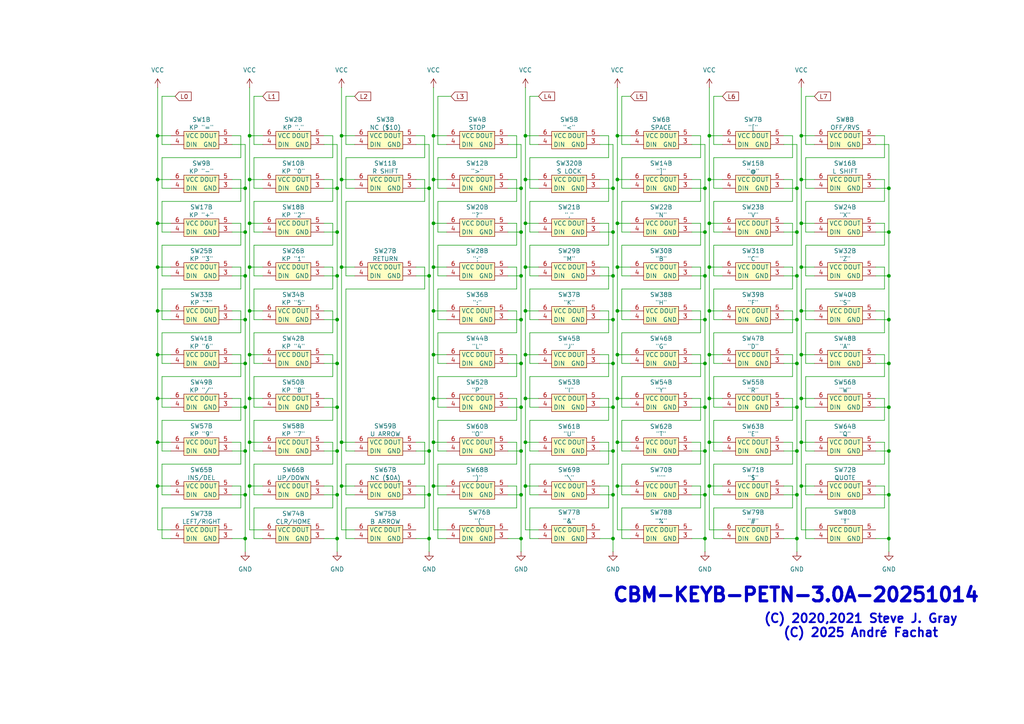
<source format=kicad_sch>
(kicad_sch (version 20250114) (generator "eeschema") (generator_version "9.0")
  (paper "A4")
  (text "CBM-KEYB-PETN-3.0A-20251014" (at 230.886 172.72 0) (effects (font (size 4 4) (thickness 0.9) (bold yes))))
  (text "(C) 2020,2021 Steve J. Gray\n(C) 2025 André Fachat" (at 249.682 181.61 0) (effects (font (size 2.54 2.54) (thickness 0.508) (bold yes))))
  (junction (at 125.73 115.57))
  (junction (at 124.46 54.61))
  (junction (at 232.41 77.47))
  (junction (at 151.13 156.21))
  (junction (at 152.4 77.47))
  (junction (at 45.72 128.27))
  (junction (at 97.79 143.51))
  (junction (at 45.72 140.97))
  (junction (at 179.07 115.57))
  (junction (at 124.46 143.51))
  (junction (at 179.07 128.27))
  (junction (at 71.12 105.41))
  (junction (at 204.47 118.11))
  (junction (at 231.14 92.71))
  (junction (at 124.46 156.21))
  (junction (at 97.79 156.21))
  (junction (at 257.81 143.51))
  (junction (at 205.74 115.57))
  (junction (at 232.41 90.17))
  (junction (at 231.14 118.11))
  (junction (at 204.47 67.31))
  (junction (at 72.39 140.97))
  (junction (at 179.07 39.37))
  (junction (at 124.46 130.81))
  (junction (at 45.72 102.87))
  (junction (at 232.41 102.87))
  (junction (at 204.47 105.41))
  (junction (at 45.72 90.17))
  (junction (at 257.81 130.81))
  (junction (at 152.4 64.77))
  (junction (at 257.81 67.31))
  (junction (at 257.81 80.01))
  (junction (at 257.81 118.11))
  (junction (at 179.07 77.47))
  (junction (at 232.41 128.27))
  (junction (at 152.4 140.97))
  (junction (at 257.81 54.61))
  (junction (at 231.14 130.81))
  (junction (at 232.41 115.57))
  (junction (at 204.47 143.51))
  (junction (at 151.13 105.41))
  (junction (at 72.39 90.17))
  (junction (at 125.73 140.97))
  (junction (at 179.07 102.87))
  (junction (at 177.8 130.81))
  (junction (at 45.72 115.57))
  (junction (at 204.47 92.71))
  (junction (at 125.73 102.87))
  (junction (at 231.14 80.01))
  (junction (at 152.4 90.17))
  (junction (at 97.79 80.01))
  (junction (at 257.81 105.41))
  (junction (at 151.13 92.71))
  (junction (at 177.8 156.21))
  (junction (at 177.8 105.41))
  (junction (at 71.12 118.11))
  (junction (at 179.07 140.97))
  (junction (at 204.47 54.61))
  (junction (at 99.06 128.27))
  (junction (at 152.4 52.07))
  (junction (at 72.39 128.27))
  (junction (at 231.14 105.41))
  (junction (at 99.06 77.47))
  (junction (at 204.47 80.01))
  (junction (at 205.74 140.97))
  (junction (at 71.12 92.71))
  (junction (at 97.79 118.11))
  (junction (at 232.41 39.37))
  (junction (at 125.73 52.07))
  (junction (at 152.4 102.87))
  (junction (at 124.46 80.01))
  (junction (at 231.14 67.31))
  (junction (at 72.39 115.57))
  (junction (at 151.13 80.01))
  (junction (at 177.8 67.31))
  (junction (at 205.74 128.27))
  (junction (at 205.74 64.77))
  (junction (at 71.12 67.31))
  (junction (at 125.73 77.47))
  (junction (at 125.73 39.37))
  (junction (at 177.8 80.01))
  (junction (at 151.13 118.11))
  (junction (at 177.8 54.61))
  (junction (at 72.39 77.47))
  (junction (at 232.41 140.97))
  (junction (at 99.06 52.07))
  (junction (at 152.4 39.37))
  (junction (at 97.79 54.61))
  (junction (at 151.13 130.81))
  (junction (at 72.39 52.07))
  (junction (at 231.14 156.21))
  (junction (at 152.4 128.27))
  (junction (at 125.73 128.27))
  (junction (at 72.39 102.87))
  (junction (at 45.72 39.37))
  (junction (at 125.73 90.17))
  (junction (at 97.79 105.41))
  (junction (at 151.13 67.31))
  (junction (at 177.8 92.71))
  (junction (at 71.12 143.51))
  (junction (at 205.74 90.17))
  (junction (at 232.41 64.77))
  (junction (at 205.74 39.37))
  (junction (at 72.39 39.37))
  (junction (at 204.47 156.21))
  (junction (at 257.81 92.71))
  (junction (at 71.12 130.81))
  (junction (at 177.8 118.11))
  (junction (at 151.13 54.61))
  (junction (at 205.74 52.07))
  (junction (at 99.06 39.37))
  (junction (at 205.74 102.87))
  (junction (at 97.79 67.31))
  (junction (at 257.81 156.21))
  (junction (at 97.79 92.71))
  (junction (at 45.72 77.47))
  (junction (at 179.07 64.77))
  (junction (at 179.07 52.07))
  (junction (at 177.8 143.51))
  (junction (at 179.07 90.17))
  (junction (at 151.13 143.51))
  (junction (at 232.41 52.07))
  (junction (at 205.74 77.47))
  (junction (at 231.14 54.61))
  (junction (at 71.12 80.01))
  (junction (at 125.73 64.77))
  (junction (at 72.39 64.77))
  (junction (at 71.12 54.61))
  (junction (at 231.14 143.51))
  (junction (at 204.47 130.81))
  (junction (at 97.79 130.81))
  (junction (at 71.12 156.21))
  (junction (at 45.72 52.07))
  (junction (at 99.06 140.97))
  (junction (at 152.4 115.57))
  (junction (at 45.72 64.77))
  (wire (pts (xy 147.32 143.51) (xy 151.13 143.51)))
  (wire (pts (xy 100.33 80.01) (xy 102.87 80.01)))
  (wire (pts (xy 257.81 67.31) (xy 257.81 54.61)))
  (wire (pts (xy 72.39 77.47) (xy 72.39 90.17)))
  (wire (pts (xy 46.99 118.11) (xy 49.53 118.11)))
  (wire (pts (xy 69.85 39.37) (xy 69.85 45.72)))
  (wire (pts (xy 229.87 121.92) (xy 207.01 121.92)))
  (wire (pts (xy 149.86 45.72) (xy 127 45.72)))
  (wire (pts (xy 99.06 128.27) (xy 102.87 128.27)))
  (wire (pts (xy 233.68 41.91) (xy 236.22 41.91)))
  (wire (pts (xy 99.06 140.97) (xy 102.87 140.97)))
  (wire (pts (xy 71.12 41.91) (xy 67.31 41.91)))
  (wire (pts (xy 232.41 39.37) (xy 236.22 39.37)))
  (wire (pts (xy 120.65 52.07) (xy 123.19 52.07)))
  (wire (pts (xy 177.8 118.11) (xy 177.8 105.41)))
  (wire (pts (xy 99.06 39.37) (xy 102.87 39.37)))
  (wire (pts (xy 156.21 27.94) (xy 153.67 27.94)))
  (wire (pts (xy 127 156.21) (xy 129.54 156.21)))
  (wire (pts (xy 152.4 128.27) (xy 152.4 140.97)))
  (wire (pts (xy 123.19 128.27) (xy 123.19 134.62)))
  (wire (pts (xy 229.87 71.12) (xy 207.01 71.12)))
  (wire (pts (xy 45.72 64.77) (xy 45.72 77.47)))
  (wire (pts (xy 205.74 52.07) (xy 205.74 64.77)))
  (wire (pts (xy 99.06 25.4) (xy 99.06 39.37)))
  (wire (pts (xy 229.87 147.32) (xy 207.01 147.32)))
  (wire (pts (xy 45.72 25.4) (xy 45.72 39.37)))
  (wire (pts (xy 233.68 58.42) (xy 233.68 67.31)))
  (wire (pts (xy 256.54 52.07) (xy 256.54 58.42)))
  (wire (pts (xy 205.74 90.17) (xy 205.74 102.87)))
  (wire (pts (xy 127 134.62) (xy 127 143.51)))
  (wire (pts (xy 232.41 115.57) (xy 232.41 128.27)))
  (wire (pts (xy 45.72 153.67) (xy 49.53 153.67)))
  (wire (pts (xy 173.99 105.41) (xy 177.8 105.41)))
  (wire (pts (xy 149.86 147.32) (xy 127 147.32)))
  (wire (pts (xy 233.68 27.94) (xy 233.68 41.91)))
  (wire (pts (xy 179.07 39.37) (xy 179.07 52.07)))
  (wire (pts (xy 227.33 90.17) (xy 229.87 90.17)))
  (wire (pts (xy 147.32 67.31) (xy 151.13 67.31)))
  (wire (pts (xy 120.65 143.51) (xy 124.46 143.51)))
  (wire (pts (xy 153.67 134.62) (xy 153.67 143.51)))
  (wire (pts (xy 205.74 128.27) (xy 209.55 128.27)))
  (wire (pts (xy 256.54 83.82) (xy 233.68 83.82)))
  (wire (pts (xy 147.32 105.41) (xy 151.13 105.41)))
  (wire (pts (xy 254 143.51) (xy 257.81 143.51)))
  (wire (pts (xy 205.74 39.37) (xy 205.74 52.07)))
  (wire (pts (xy 46.99 121.92) (xy 46.99 130.81)))
  (wire (pts (xy 73.66 143.51) (xy 76.2 143.51)))
  (wire (pts (xy 231.14 105.41) (xy 231.14 92.71)))
  (wire (pts (xy 232.41 115.57) (xy 236.22 115.57)))
  (wire (pts (xy 125.73 77.47) (xy 129.54 77.47)))
  (wire (pts (xy 229.87 134.62) (xy 207.01 134.62)))
  (wire (pts (xy 205.74 115.57) (xy 209.55 115.57)))
  (wire (pts (xy 124.46 41.91) (xy 120.65 41.91)))
  (wire (pts (xy 227.33 128.27) (xy 229.87 128.27)))
  (wire (pts (xy 67.31 143.51) (xy 71.12 143.51)))
  (wire (pts (xy 257.81 156.21) (xy 257.81 143.51)))
  (wire (pts (xy 207.01 147.32) (xy 207.01 156.21)))
  (wire (pts (xy 72.39 52.07) (xy 76.2 52.07)))
  (wire (pts (xy 149.86 109.22) (xy 127 109.22)))
  (wire (pts (xy 204.47 160.02) (xy 204.47 156.21)))
  (wire (pts (xy 97.79 41.91) (xy 93.98 41.91)))
  (wire (pts (xy 179.07 102.87) (xy 179.07 115.57)))
  (wire (pts (xy 179.07 52.07) (xy 179.07 64.77)))
  (wire (pts (xy 200.66 115.57) (xy 203.2 115.57)))
  (wire (pts (xy 96.52 109.22) (xy 73.66 109.22)))
  (wire (pts (xy 147.32 102.87) (xy 149.86 102.87)))
  (wire (pts (xy 149.86 134.62) (xy 127 134.62)))
  (wire (pts (xy 152.4 52.07) (xy 152.4 64.77)))
  (wire (pts (xy 205.74 128.27) (xy 205.74 140.97)))
  (wire (pts (xy 231.14 80.01) (xy 231.14 67.31)))
  (wire (pts (xy 46.99 54.61) (xy 49.53 54.61)))
  (wire (pts (xy 176.53 77.47) (xy 176.53 83.82)))
  (wire (pts (xy 207.01 27.94) (xy 207.01 41.91)))
  (wire (pts (xy 99.06 153.67) (xy 102.87 153.67)))
  (wire (pts (xy 204.47 92.71) (xy 204.47 80.01)))
  (wire (pts (xy 127 27.94) (xy 127 41.91)))
  (wire (pts (xy 153.67 83.82) (xy 153.67 92.71)))
  (wire (pts (xy 204.47 130.81) (xy 204.47 118.11)))
  (wire (pts (xy 76.2 41.91) (xy 73.66 41.91)))
  (wire (pts (xy 96.52 52.07) (xy 96.52 58.42)))
  (wire (pts (xy 207.01 143.51) (xy 209.55 143.51)))
  (wire (pts (xy 200.66 67.31) (xy 204.47 67.31)))
  (wire (pts (xy 125.73 153.67) (xy 129.54 153.67)))
  (wire (pts (xy 46.99 156.21) (xy 49.53 156.21)))
  (wire (pts (xy 67.31 64.77) (xy 69.85 64.77)))
  (wire (pts (xy 227.33 77.47) (xy 229.87 77.47)))
  (wire (pts (xy 179.07 128.27) (xy 179.07 140.97)))
  (wire (pts (xy 147.32 41.91) (xy 151.13 41.91)))
  (wire (pts (xy 209.55 27.94) (xy 207.01 27.94)))
  (wire (pts (xy 179.07 52.07) (xy 182.88 52.07)))
  (wire (pts (xy 72.39 90.17) (xy 76.2 90.17)))
  (wire (pts (xy 125.73 25.4) (xy 125.73 39.37)))
  (wire (pts (xy 207.01 96.52) (xy 207.01 105.41)))
  (wire (pts (xy 149.86 71.12) (xy 127 71.12)))
  (wire (pts (xy 69.85 96.52) (xy 46.99 96.52)))
  (wire (pts (xy 207.01 83.82) (xy 207.01 92.71)))
  (wire (pts (xy 179.07 115.57) (xy 182.88 115.57)))
  (wire (pts (xy 256.54 77.47) (xy 256.54 83.82)))
  (wire (pts (xy 203.2 39.37) (xy 203.2 45.72)))
  (wire (pts (xy 200.66 77.47) (xy 203.2 77.47)))
  (wire (pts (xy 124.46 54.61) (xy 124.46 41.91)))
  (wire (pts (xy 203.2 121.92) (xy 180.34 121.92)))
  (wire (pts (xy 205.74 140.97) (xy 205.74 153.67)))
  (wire (pts (xy 177.8 92.71) (xy 177.8 80.01)))
  (wire (pts (xy 256.54 109.22) (xy 233.68 109.22)))
  (wire (pts (xy 256.54 147.32) (xy 233.68 147.32)))
  (wire (pts (xy 153.67 92.71) (xy 156.21 92.71)))
  (wire (pts (xy 203.2 134.62) (xy 180.34 134.62)))
  (wire (pts (xy 45.72 39.37) (xy 45.72 52.07)))
  (wire (pts (xy 149.86 90.17) (xy 149.86 96.52)))
  (wire (pts (xy 100.33 41.91) (xy 102.87 41.91)))
  (wire (pts (xy 173.99 140.97) (xy 176.53 140.97)))
  (wire (pts (xy 99.06 128.27) (xy 99.06 140.97)))
  (wire (pts (xy 229.87 77.47) (xy 229.87 83.82)))
  (wire (pts (xy 229.87 109.22) (xy 207.01 109.22)))
  (wire (pts (xy 200.66 105.41) (xy 204.47 105.41)))
  (wire (pts (xy 45.72 52.07) (xy 49.53 52.07)))
  (wire (pts (xy 46.99 80.01) (xy 49.53 80.01)))
  (wire (pts (xy 72.39 39.37) (xy 76.2 39.37)))
  (wire (pts (xy 127 41.91) (xy 129.54 41.91)))
  (wire (pts (xy 176.53 96.52) (xy 153.67 96.52)))
  (wire (pts (xy 233.68 156.21) (xy 236.22 156.21)))
  (wire (pts (xy 67.31 80.01) (xy 71.12 80.01)))
  (wire (pts (xy 236.22 27.94) (xy 233.68 27.94)))
  (wire (pts (xy 227.33 67.31) (xy 231.14 67.31)))
  (wire (pts (xy 177.8 41.91) (xy 173.99 41.91)))
  (wire (pts (xy 127 54.61) (xy 129.54 54.61)))
  (wire (pts (xy 45.72 115.57) (xy 45.72 128.27)))
  (wire (pts (xy 125.73 64.77) (xy 129.54 64.77)))
  (wire (pts (xy 69.85 121.92) (xy 46.99 121.92)))
  (wire (pts (xy 257.81 118.11) (xy 257.81 105.41)))
  (wire (pts (xy 153.67 71.12) (xy 153.67 80.01)))
  (wire (pts (xy 257.81 160.02) (xy 257.81 156.21)))
  (wire (pts (xy 46.99 130.81) (xy 49.53 130.81)))
  (wire (pts (xy 99.06 77.47) (xy 99.06 128.27)))
  (wire (pts (xy 231.14 67.31) (xy 231.14 54.61)))
  (wire (pts (xy 149.86 83.82) (xy 127 83.82)))
  (wire (pts (xy 179.07 90.17) (xy 179.07 102.87)))
  (wire (pts (xy 152.4 52.07) (xy 156.21 52.07)))
  (wire (pts (xy 73.66 134.62) (xy 73.66 143.51)))
  (wire (pts (xy 256.54 39.37) (xy 256.54 45.72)))
  (wire (pts (xy 72.39 64.77) (xy 76.2 64.77)))
  (wire (pts (xy 69.85 64.77) (xy 69.85 71.12)))
  (wire (pts (xy 256.54 90.17) (xy 256.54 96.52)))
  (wire (pts (xy 182.88 27.94) (xy 180.34 27.94)))
  (wire (pts (xy 147.32 130.81) (xy 151.13 130.81)))
  (wire (pts (xy 149.86 140.97) (xy 149.86 147.32)))
  (wire (pts (xy 125.73 77.47) (xy 125.73 90.17)))
  (wire (pts (xy 127 130.81) (xy 129.54 130.81)))
  (wire (pts (xy 205.74 52.07) (xy 209.55 52.07)))
  (wire (pts (xy 127 58.42) (xy 127 67.31)))
  (wire (pts (xy 207.01 67.31) (xy 209.55 67.31)))
  (wire (pts (xy 232.41 90.17) (xy 232.41 102.87)))
  (wire (pts (xy 204.47 143.51) (xy 204.47 130.81)))
  (wire (pts (xy 227.33 143.51) (xy 231.14 143.51)))
  (wire (pts (xy 45.72 39.37) (xy 49.53 39.37)))
  (wire (pts (xy 127 71.12) (xy 127 80.01)))
  (wire (pts (xy 173.99 128.27) (xy 176.53 128.27)))
  (wire (pts (xy 69.85 147.32) (xy 46.99 147.32)))
  (wire (pts (xy 93.98 52.07) (xy 96.52 52.07)))
  (wire (pts (xy 46.99 45.72) (xy 46.99 54.61)))
  (wire (pts (xy 232.41 52.07) (xy 236.22 52.07)))
  (wire (pts (xy 45.72 128.27) (xy 45.72 140.97)))
  (wire (pts (xy 125.73 90.17) (xy 129.54 90.17)))
  (wire (pts (xy 256.54 121.92) (xy 233.68 121.92)))
  (wire (pts (xy 177.8 54.61) (xy 177.8 41.91)))
  (wire (pts (xy 153.67 96.52) (xy 153.67 105.41)))
  (wire (pts (xy 149.86 96.52) (xy 127 96.52)))
  (wire (pts (xy 147.32 92.71) (xy 151.13 92.71)))
  (wire (pts (xy 127 80.01) (xy 129.54 80.01)))
  (wire (pts (xy 49.53 67.31) (xy 46.99 67.31)))
  (wire (pts (xy 205.74 102.87) (xy 205.74 115.57)))
  (wire (pts (xy 176.53 121.92) (xy 153.67 121.92)))
  (wire (pts (xy 227.33 52.07) (xy 229.87 52.07)))
  (wire (pts (xy 205.74 77.47) (xy 209.55 77.47)))
  (wire (pts (xy 229.87 83.82) (xy 207.01 83.82)))
  (wire (pts (xy 176.53 64.77) (xy 176.53 71.12)))
  (wire (pts (xy 127 105.41) (xy 129.54 105.41)))
  (wire (pts (xy 45.72 64.77) (xy 49.53 64.77)))
  (wire (pts (xy 93.98 128.27) (xy 96.52 128.27)))
  (wire (pts (xy 97.79 67.31) (xy 97.79 54.61)))
  (wire (pts (xy 256.54 115.57) (xy 256.54 121.92)))
  (wire (pts (xy 173.99 39.37) (xy 176.53 39.37)))
  (wire (pts (xy 227.33 80.01) (xy 231.14 80.01)))
  (wire (pts (xy 147.32 115.57) (xy 149.86 115.57)))
  (wire (pts (xy 151.13 67.31) (xy 151.13 54.61)))
  (wire (pts (xy 180.34 27.94) (xy 180.34 41.91)))
  (wire (pts (xy 232.41 52.07) (xy 232.41 64.77)))
  (wire (pts (xy 69.85 71.12) (xy 46.99 71.12)))
  (wire (pts (xy 67.31 118.11) (xy 71.12 118.11)))
  (wire (pts (xy 232.41 102.87) (xy 232.41 115.57)))
  (wire (pts (xy 123.19 147.32) (xy 100.33 147.32)))
  (wire (pts (xy 233.68 118.11) (xy 236.22 118.11)))
  (wire (pts (xy 93.98 39.37) (xy 96.52 39.37)))
  (wire (pts (xy 256.54 96.52) (xy 233.68 96.52)))
  (wire (pts (xy 176.53 90.17) (xy 176.53 96.52)))
  (wire (pts (xy 120.65 128.27) (xy 123.19 128.27)))
  (wire (pts (xy 200.66 39.37) (xy 203.2 39.37)))
  (wire (pts (xy 231.14 143.51) (xy 231.14 130.81)))
  (wire (pts (xy 179.07 39.37) (xy 182.88 39.37)))
  (wire (pts (xy 100.33 58.42) (xy 100.33 80.01)))
  (wire (pts (xy 254 102.87) (xy 256.54 102.87)))
  (wire (pts (xy 96.52 64.77) (xy 96.52 71.12)))
  (wire (pts (xy 93.98 143.51) (xy 97.79 143.51)))
  (wire (pts (xy 73.66 109.22) (xy 73.66 118.11)))
  (wire (pts (xy 96.52 45.72) (xy 73.66 45.72)))
  (wire (pts (xy 179.07 25.4) (xy 179.07 39.37)))
  (wire (pts (xy 254 105.41) (xy 257.81 105.41)))
  (wire (pts (xy 125.73 64.77) (xy 125.73 77.47)))
  (wire (pts (xy 45.72 77.47) (xy 49.53 77.47)))
  (wire (pts (xy 177.8 105.41) (xy 177.8 92.71)))
  (wire (pts (xy 97.79 143.51) (xy 97.79 130.81)))
  (wire (pts (xy 123.19 52.07) (xy 123.19 58.42)))
  (wire (pts (xy 72.39 140.97) (xy 76.2 140.97)))
  (wire (pts (xy 125.73 140.97) (xy 125.73 153.67)))
  (wire (pts (xy 256.54 140.97) (xy 256.54 147.32)))
  (wire (pts (xy 127 121.92) (xy 127 130.81)))
  (wire (pts (xy 151.13 80.01) (xy 151.13 67.31)))
  (wire (pts (xy 254 92.71) (xy 257.81 92.71)))
  (wire (pts (xy 180.34 143.51) (xy 182.88 143.51)))
  (wire (pts (xy 227.33 39.37) (xy 229.87 39.37)))
  (wire (pts (xy 179.07 140.97) (xy 182.88 140.97)))
  (wire (pts (xy 96.52 96.52) (xy 73.66 96.52)))
  (wire (pts (xy 127 109.22) (xy 127 118.11)))
  (wire (pts (xy 125.73 128.27) (xy 129.54 128.27)))
  (wire (pts (xy 93.98 130.81) (xy 97.79 130.81)))
  (wire (pts (xy 229.87 128.27) (xy 229.87 134.62)))
  (wire (pts (xy 69.85 102.87) (xy 69.85 109.22)))
  (wire (pts (xy 233.68 83.82) (xy 233.68 92.71)))
  (wire (pts (xy 205.74 115.57) (xy 205.74 128.27)))
  (wire (pts (xy 200.66 128.27) (xy 203.2 128.27)))
  (wire (pts (xy 46.99 92.71) (xy 49.53 92.71)))
  (wire (pts (xy 73.66 27.94) (xy 76.2 27.94)))
  (wire (pts (xy 99.06 52.07) (xy 99.06 77.47)))
  (wire (pts (xy 173.99 118.11) (xy 177.8 118.11)))
  (wire (pts (xy 254 80.01) (xy 257.81 80.01)))
  (wire (pts (xy 173.99 143.51) (xy 177.8 143.51)))
  (wire (pts (xy 232.41 102.87) (xy 236.22 102.87)))
  (wire (pts (xy 180.34 96.52) (xy 180.34 105.41)))
  (wire (pts (xy 69.85 115.57) (xy 69.85 121.92)))
  (wire (pts (xy 127 92.71) (xy 129.54 92.71)))
  (wire (pts (xy 173.99 80.01) (xy 177.8 80.01)))
  (wire (pts (xy 176.53 45.72) (xy 153.67 45.72)))
  (wire (pts (xy 152.4 102.87) (xy 152.4 115.57)))
  (wire (pts (xy 256.54 128.27) (xy 256.54 134.62)))
  (wire (pts (xy 123.19 45.72) (xy 100.33 45.72)))
  (wire (pts (xy 147.32 52.07) (xy 149.86 52.07)))
  (wire (pts (xy 203.2 45.72) (xy 180.34 45.72)))
  (wire (pts (xy 180.34 118.11) (xy 182.88 118.11)))
  (wire (pts (xy 46.99 134.62) (xy 46.99 143.51)))
  (wire (pts (xy 200.66 102.87) (xy 203.2 102.87)))
  (wire (pts (xy 125.73 39.37) (xy 129.54 39.37)))
  (wire (pts (xy 45.72 128.27) (xy 49.53 128.27)))
  (wire (pts (xy 173.99 130.81) (xy 177.8 130.81)))
  (wire (pts (xy 256.54 45.72) (xy 233.68 45.72)))
  (wire (pts (xy 180.34 54.61) (xy 182.88 54.61)))
  (wire (pts (xy 203.2 64.77) (xy 203.2 71.12)))
  (wire (pts (xy 180.34 105.41) (xy 182.88 105.41)))
  (wire (pts (xy 69.85 45.72) (xy 46.99 45.72)))
  (wire (pts (xy 254 64.77) (xy 256.54 64.77)))
  (wire (pts (xy 45.72 102.87) (xy 45.72 115.57)))
  (wire (pts (xy 72.39 128.27) (xy 76.2 128.27)))
  (wire (pts (xy 227.33 105.41) (xy 231.14 105.41)))
  (wire (pts (xy 200.66 140.97) (xy 203.2 140.97)))
  (wire (pts (xy 97.79 54.61) (xy 97.79 41.91)))
  (wire (pts (xy 205.74 64.77) (xy 205.74 77.47)))
  (wire (pts (xy 93.98 80.01) (xy 97.79 80.01)))
  (wire (pts (xy 152.4 90.17) (xy 156.21 90.17)))
  (wire (pts (xy 203.2 128.27) (xy 203.2 134.62)))
  (wire (pts (xy 152.4 102.87) (xy 156.21 102.87)))
  (wire (pts (xy 233.68 54.61) (xy 236.22 54.61)))
  (wire (pts (xy 176.53 140.97) (xy 176.53 147.32)))
  (wire (pts (xy 176.53 115.57) (xy 176.53 121.92)))
  (wire (pts (xy 45.72 90.17) (xy 49.53 90.17)))
  (wire (pts (xy 153.67 121.92) (xy 153.67 130.81)))
  (wire (pts (xy 73.66 83.82) (xy 73.66 92.71)))
  (wire (pts (xy 67.31 156.21) (xy 71.12 156.21)))
  (wire (pts (xy 203.2 58.42) (xy 180.34 58.42)))
  (wire (pts (xy 120.65 39.37) (xy 123.19 39.37)))
  (wire (pts (xy 152.4 153.67) (xy 156.21 153.67)))
  (wire (pts (xy 229.87 52.07) (xy 229.87 58.42)))
  (wire (pts (xy 73.66 80.01) (xy 76.2 80.01)))
  (wire (pts (xy 177.8 160.02) (xy 177.8 156.21)))
  (wire (pts (xy 73.66 67.31) (xy 76.2 67.31)))
  (wire (pts (xy 232.41 25.4) (xy 232.41 39.37)))
  (wire (pts (xy 232.41 90.17) (xy 236.22 90.17)))
  (wire (pts (xy 179.07 128.27) (xy 182.88 128.27)))
  (wire (pts (xy 180.34 92.71) (xy 182.88 92.71)))
  (wire (pts (xy 179.07 77.47) (xy 182.88 77.47)))
  (wire (pts (xy 97.79 160.02) (xy 97.79 156.21)))
  (wire (pts (xy 97.79 105.41) (xy 97.79 92.71)))
  (wire (pts (xy 120.65 54.61) (xy 124.46 54.61)))
  (wire (pts (xy 72.39 102.87) (xy 76.2 102.87)))
  (wire (pts (xy 207.01 58.42) (xy 207.01 67.31)))
  (wire (pts (xy 180.34 58.42) (xy 180.34 67.31)))
  (wire (pts (xy 96.52 115.57) (xy 96.52 121.92)))
  (wire (pts (xy 67.31 105.41) (xy 71.12 105.41)))
  (wire (pts (xy 180.34 109.22) (xy 180.34 118.11)))
  (wire (pts (xy 227.33 115.57) (xy 229.87 115.57)))
  (wire (pts (xy 72.39 153.67) (xy 76.2 153.67)))
  (wire (pts (xy 127 96.52) (xy 127 105.41)))
  (wire (pts (xy 204.47 67.31) (xy 204.47 54.61)))
  (wire (pts (xy 151.13 118.11) (xy 151.13 105.41)))
  (wire (pts (xy 207.01 105.41) (xy 209.55 105.41)))
  (wire (pts (xy 72.39 64.77) (xy 72.39 77.47)))
  (wire (pts (xy 73.66 105.41) (xy 76.2 105.41)))
  (wire (pts (xy 100.33 130.81) (xy 102.87 130.81)))
  (wire (pts (xy 152.4 39.37) (xy 152.4 52.07)))
  (wire (pts (xy 233.68 121.92) (xy 233.68 130.81)))
  (wire (pts (xy 200.66 54.61) (xy 204.47 54.61)))
  (wire (pts (xy 99.06 52.07) (xy 102.87 52.07)))
  (wire (pts (xy 176.53 147.32) (xy 153.67 147.32)))
  (wire (pts (xy 207.01 45.72) (xy 207.01 54.61)))
  (wire (pts (xy 151.13 54.61) (xy 151.13 41.91)))
  (wire (pts (xy 232.41 77.47) (xy 236.22 77.47)))
  (wire (pts (xy 67.31 140.97) (xy 69.85 140.97)))
  (wire (pts (xy 149.86 128.27) (xy 149.86 134.62)))
  (wire (pts (xy 176.53 39.37) (xy 176.53 45.72)))
  (wire (pts (xy 46.99 41.91) (xy 49.53 41.91)))
  (wire (pts (xy 125.73 102.87) (xy 129.54 102.87)))
  (wire (pts (xy 204.47 41.91) (xy 200.66 41.91)))
  (wire (pts (xy 73.66 130.81) (xy 76.2 130.81)))
  (wire (pts (xy 72.39 115.57) (xy 72.39 128.27)))
  (wire (pts (xy 254 39.37) (xy 256.54 39.37)))
  (wire (pts (xy 71.12 67.31) (xy 71.12 54.61)))
  (wire (pts (xy 152.4 140.97) (xy 152.4 153.67)))
  (wire (pts (xy 100.33 83.82) (xy 100.33 130.81)))
  (wire (pts (xy 71.12 130.81) (xy 71.12 118.11)))
  (wire (pts (xy 233.68 134.62) (xy 233.68 143.51)))
  (wire (pts (xy 120.65 77.47) (xy 123.19 77.47)))
  (wire (pts (xy 200.66 80.01) (xy 204.47 80.01)))
  (wire (pts (xy 233.68 67.31) (xy 236.22 67.31)))
  (wire (pts (xy 205.74 25.4) (xy 205.74 39.37)))
  (wire (pts (xy 147.32 80.01) (xy 151.13 80.01)))
  (wire (pts (xy 46.99 83.82) (xy 46.99 92.71)))
  (wire (pts (xy 152.4 115.57) (xy 156.21 115.57)))
  (wire (pts (xy 147.32 54.61) (xy 151.13 54.61)))
  (wire (pts (xy 152.4 128.27) (xy 156.21 128.27)))
  (wire (pts (xy 96.52 102.87) (xy 96.52 109.22)))
  (wire (pts (xy 200.66 156.21) (xy 204.47 156.21)))
  (wire (pts (xy 229.87 96.52) (xy 207.01 96.52)))
  (wire (pts (xy 231.14 118.11) (xy 231.14 105.41)))
  (wire (pts (xy 203.2 140.97) (xy 203.2 147.32)))
  (wire (pts (xy 69.85 58.42) (xy 69.85 52.07)))
  (wire (pts (xy 203.2 90.17) (xy 203.2 96.52)))
  (wire (pts (xy 232.41 64.77) (xy 232.41 77.47)))
  (wire (pts (xy 97.79 130.81) (xy 97.79 118.11)))
  (wire (pts (xy 254 52.07) (xy 256.54 52.07)))
  (wire (pts (xy 232.41 140.97) (xy 236.22 140.97)))
  (wire (pts (xy 227.33 130.81) (xy 231.14 130.81)))
  (wire (pts (xy 123.19 134.62) (xy 100.33 134.62)))
  (wire (pts (xy 152.4 64.77) (xy 152.4 77.47)))
  (wire (pts (xy 71.12 105.41) (xy 71.12 92.71)))
  (wire (pts (xy 180.34 121.92) (xy 180.34 130.81)))
  (wire (pts (xy 227.33 102.87) (xy 229.87 102.87)))
  (wire (pts (xy 176.53 109.22) (xy 153.67 109.22)))
  (wire (pts (xy 123.19 39.37) (xy 123.19 45.72)))
  (wire (pts (xy 124.46 143.51) (xy 124.46 130.81)))
  (wire (pts (xy 93.98 92.71) (xy 97.79 92.71)))
  (wire (pts (xy 207.01 80.01) (xy 209.55 80.01)))
  (wire (pts (xy 45.72 115.57) (xy 49.53 115.57)))
  (wire (pts (xy 125.73 115.57) (xy 129.54 115.57)))
  (wire (pts (xy 180.34 71.12) (xy 180.34 80.01)))
  (wire (pts (xy 69.85 52.07) (xy 67.31 52.07)))
  (wire (pts (xy 73.66 41.91) (xy 73.66 27.94)))
  (wire (pts (xy 257.81 54.61) (xy 257.81 41.91)))
  (wire (pts (xy 207.01 134.62) (xy 207.01 143.51)))
  (wire (pts (xy 254 54.61) (xy 257.81 54.61)))
  (wire (pts (xy 227.33 118.11) (xy 231.14 118.11)))
  (wire (pts (xy 256.54 64.77) (xy 256.54 71.12)))
  (wire (pts (xy 176.53 128.27) (xy 176.53 134.62)))
  (wire (pts (xy 69.85 77.47) (xy 69.85 83.82)))
  (wire (pts (xy 179.07 90.17) (xy 182.88 90.17)))
  (wire (pts (xy 67.31 115.57) (xy 69.85 115.57)))
  (wire (pts (xy 46.99 58.42) (xy 69.85 58.42)))
  (wire (pts (xy 227.33 92.71) (xy 231.14 92.71)))
  (wire (pts (xy 152.4 77.47) (xy 152.4 90.17)))
  (wire (pts (xy 231.14 130.81) (xy 231.14 118.11)))
  (wire (pts (xy 73.66 118.11) (xy 76.2 118.11)))
  (wire (pts (xy 153.67 156.21) (xy 156.21 156.21)))
  (wire (pts (xy 180.34 80.01) (xy 182.88 80.01)))
  (wire (pts (xy 69.85 140.97) (xy 69.85 147.32)))
  (wire (pts (xy 177.8 130.81) (xy 177.8 118.11)))
  (wire (pts (xy 67.31 54.61) (xy 71.12 54.61)))
  (wire (pts (xy 231.14 41.91) (xy 227.33 41.91)))
  (wire (pts (xy 93.98 115.57) (xy 96.52 115.57)))
  (wire (pts (xy 153.67 58.42) (xy 153.67 67.31)))
  (wire (pts (xy 173.99 54.61) (xy 177.8 54.61)))
  (wire (pts (xy 231.14 54.61) (xy 231.14 41.91)))
  (wire (pts (xy 177.8 156.21) (xy 177.8 143.51)))
  (wire (pts (xy 153.67 45.72) (xy 153.67 54.61)))
  (wire (pts (xy 173.99 52.07) (xy 176.53 52.07)))
  (wire (pts (xy 173.99 156.21) (xy 177.8 156.21)))
  (wire (pts (xy 45.72 77.47) (xy 45.72 90.17)))
  (wire (pts (xy 173.99 67.31) (xy 177.8 67.31)))
  (wire (pts (xy 153.67 143.51) (xy 156.21 143.51)))
  (wire (pts (xy 203.2 102.87) (xy 203.2 109.22)))
  (wire (pts (xy 147.32 77.47) (xy 149.86 77.47)))
  (wire (pts (xy 176.53 52.07) (xy 176.53 58.42)))
  (wire (pts (xy 71.12 143.51) (xy 71.12 130.81)))
  (wire (pts (xy 232.41 128.27) (xy 232.41 140.97)))
  (wire (pts (xy 256.54 102.87) (xy 256.54 109.22)))
  (wire (pts (xy 153.67 54.61) (xy 156.21 54.61)))
  (wire (pts (xy 151.13 92.71) (xy 151.13 80.01)))
  (wire (pts (xy 71.12 80.01) (xy 71.12 67.31)))
  (wire (pts (xy 200.66 90.17) (xy 203.2 90.17)))
  (wire (pts (xy 50.8 27.94) (xy 46.99 27.94)))
  (wire (pts (xy 71.12 156.21) (xy 71.12 143.51)))
  (wire (pts (xy 152.4 39.37) (xy 156.21 39.37)))
  (wire (pts (xy 177.8 67.31) (xy 177.8 54.61)))
  (wire (pts (xy 130.81 27.94) (xy 127 27.94)))
  (wire (pts (xy 257.81 143.51) (xy 257.81 130.81)))
  (wire (pts (xy 179.07 64.77) (xy 182.88 64.77)))
  (wire (pts (xy 125.73 115.57) (xy 125.73 128.27)))
  (wire (pts (xy 227.33 140.97) (xy 229.87 140.97)))
  (wire (pts (xy 233.68 71.12) (xy 233.68 80.01)))
  (wire (pts (xy 153.67 67.31) (xy 156.21 67.31)))
  (wire (pts (xy 256.54 58.42) (xy 233.68 58.42)))
  (wire (pts (xy 100.33 54.61) (xy 102.87 54.61)))
  (wire (pts (xy 205.74 64.77) (xy 209.55 64.77)))
  (wire (pts (xy 67.31 39.37) (xy 69.85 39.37)))
  (wire (pts (xy 180.34 130.81) (xy 182.88 130.81)))
  (wire (pts (xy 72.39 52.07) (xy 72.39 64.77)))
  (wire (pts (xy 207.01 54.61) (xy 209.55 54.61)))
  (wire (pts (xy 231.14 156.21) (xy 231.14 143.51)))
  (wire (pts (xy 99.06 140.97) (xy 99.06 153.67)))
  (wire (pts (xy 123.19 58.42) (xy 100.33 58.42)))
  (wire (pts (xy 153.67 41.91) (xy 156.21 41.91)))
  (wire (pts (xy 179.07 153.67) (xy 182.88 153.67)))
  (wire (pts (xy 203.2 77.47) (xy 203.2 83.82)))
  (wire (pts (xy 257.81 105.41) (xy 257.81 92.71)))
  (wire (pts (xy 147.32 90.17) (xy 149.86 90.17)))
  (wire (pts (xy 72.39 77.47) (xy 76.2 77.47)))
  (wire (pts (xy 229.87 115.57) (xy 229.87 121.92)))
  (wire (pts (xy 173.99 115.57) (xy 176.53 115.57)))
  (wire (pts (xy 205.74 39.37) (xy 209.55 39.37)))
  (wire (pts (xy 96.52 83.82) (xy 73.66 83.82)))
  (wire (pts (xy 149.86 39.37) (xy 149.86 45.72)))
  (wire (pts (xy 72.39 25.4) (xy 72.39 39.37)))
  (wire (pts (xy 147.32 156.21) (xy 151.13 156.21)))
  (wire (pts (xy 125.73 128.27) (xy 125.73 140.97)))
  (wire (pts (xy 147.32 118.11) (xy 151.13 118.11)))
  (wire (pts (xy 153.67 147.32) (xy 153.67 156.21)))
  (wire (pts (xy 176.53 134.62) (xy 153.67 134.62)))
  (wire (pts (xy 254 90.17) (xy 256.54 90.17)))
  (wire (pts (xy 204.47 80.01) (xy 204.47 67.31)))
  (wire (pts (xy 173.99 92.71) (xy 177.8 92.71)))
  (wire (pts (xy 204.47 54.61) (xy 204.47 41.91)))
  (wire (pts (xy 176.53 83.82) (xy 153.67 83.82)))
  (wire (pts (xy 123.19 77.47) (xy 123.19 83.82)))
  (wire (pts (xy 229.87 58.42) (xy 207.01 58.42)))
  (wire (pts (xy 254 77.47) (xy 256.54 77.47)))
  (wire (pts (xy 69.85 83.82) (xy 46.99 83.82)))
  (wire (pts (xy 123.19 140.97) (xy 123.19 147.32)))
  (wire (pts (xy 176.53 102.87) (xy 176.53 109.22)))
  (wire (pts (xy 177.8 80.01) (xy 177.8 67.31)))
  (wire (pts (xy 96.52 121.92) (xy 73.66 121.92)))
  (wire (pts (xy 93.98 54.61) (xy 97.79 54.61)))
  (wire (pts (xy 96.52 58.42) (xy 73.66 58.42)))
  (wire (pts (xy 71.12 118.11) (xy 71.12 105.41)))
  (wire (pts (xy 205.74 90.17) (xy 209.55 90.17)))
  (wire (pts (xy 127 45.72) (xy 127 54.61)))
  (wire (pts (xy 149.86 52.07) (xy 149.86 58.42)))
  (wire (pts (xy 152.4 77.47) (xy 156.21 77.47)))
  (wire (pts (xy 96.52 128.27) (xy 96.52 134.62)))
  (wire (pts (xy 254 118.11) (xy 257.81 118.11)))
  (wire (pts (xy 254 128.27) (xy 256.54 128.27)))
  (wire (pts (xy 147.32 64.77) (xy 149.86 64.77)))
  (wire (pts (xy 254 67.31) (xy 257.81 67.31)))
  (wire (pts (xy 257.81 41.91) (xy 254 41.91)))
  (wire (pts (xy 232.41 64.77) (xy 236.22 64.77)))
  (wire (pts (xy 204.47 156.21) (xy 204.47 143.51)))
  (wire (pts (xy 67.31 128.27) (xy 69.85 128.27)))
  (wire (pts (xy 152.4 64.77) (xy 156.21 64.77)))
  (wire (pts (xy 149.86 77.47) (xy 149.86 83.82)))
  (wire (pts (xy 93.98 105.41) (xy 97.79 105.41)))
  (wire (pts (xy 179.07 102.87) (xy 182.88 102.87)))
  (wire (pts (xy 124.46 156.21) (xy 124.46 143.51)))
  (wire (pts (xy 233.68 45.72) (xy 233.68 54.61)))
  (wire (pts (xy 127 83.82) (xy 127 92.71)))
  (wire (pts (xy 93.98 64.77) (xy 96.52 64.77)))
  (wire (pts (xy 153.67 109.22) (xy 153.67 118.11)))
  (wire (pts (xy 96.52 71.12) (xy 73.66 71.12)))
  (wire (pts (xy 46.99 67.31) (xy 46.99 58.42)))
  (wire (pts (xy 67.31 67.31) (xy 71.12 67.31)))
  (wire (pts (xy 93.98 156.21) (xy 97.79 156.21)))
  (wire (pts (xy 149.86 102.87) (xy 149.86 109.22)))
  (wire (pts (xy 93.98 67.31) (xy 97.79 67.31)))
  (wire (pts (xy 207.01 41.91) (xy 209.55 41.91)))
  (wire (pts (xy 254 140.97) (xy 256.54 140.97)))
  (wire (pts (xy 125.73 140.97) (xy 129.54 140.97)))
  (wire (pts (xy 45.72 102.87) (xy 49.53 102.87)))
  (wire (pts (xy 73.66 54.61) (xy 76.2 54.61)))
  (wire (pts (xy 207.01 92.71) (xy 209.55 92.71)))
  (wire (pts (xy 73.66 121.92) (xy 73.66 130.81)))
  (wire (pts (xy 200.66 64.77) (xy 203.2 64.77)))
  (wire (pts (xy 73.66 96.52) (xy 73.66 105.41)))
  (wire (pts (xy 200.66 130.81) (xy 204.47 130.81)))
  (wire (pts (xy 69.85 134.62) (xy 46.99 134.62)))
  (wire (pts (xy 227.33 156.21) (xy 231.14 156.21)))
  (wire (pts (xy 232.41 39.37) (xy 232.41 52.07)))
  (wire (pts (xy 153.67 105.41) (xy 156.21 105.41)))
  (wire (pts (xy 124.46 130.81) (xy 124.46 80.01)))
  (wire (pts (xy 72.39 102.87) (xy 72.39 115.57)))
  (wire (pts (xy 229.87 39.37) (xy 229.87 45.72)))
  (wire (pts (xy 204.47 118.11) (xy 204.47 105.41)))
  (wire (pts (xy 73.66 45.72) (xy 73.66 54.61)))
  (wire (pts (xy 232.41 153.67) (xy 236.22 153.67)))
  (wire (pts (xy 100.33 27.94) (xy 100.33 41.91)))
  (wire (pts (xy 73.66 156.21) (xy 76.2 156.21)))
  (wire (pts (xy 67.31 92.71) (xy 71.12 92.71)))
  (wire (pts (xy 45.72 52.07) (xy 45.72 64.77)))
  (wire (pts (xy 93.98 140.97) (xy 96.52 140.97)))
  (wire (pts (xy 71.12 54.61) (xy 71.12 41.91)))
  (wire (pts (xy 72.39 39.37) (xy 72.39 52.07)))
  (wire (pts (xy 200.66 92.71) (xy 204.47 92.71)))
  (wire (pts (xy 120.65 130.81) (xy 124.46 130.81)))
  (wire (pts (xy 46.99 143.51) (xy 49.53 143.51)))
  (wire (pts (xy 207.01 71.12) (xy 207.01 80.01)))
  (wire (pts (xy 207.01 156.21) (xy 209.55 156.21)))
  (wire (pts (xy 254 130.81) (xy 257.81 130.81)))
  (wire (pts (xy 96.52 39.37) (xy 96.52 45.72)))
  (wire (pts (xy 233.68 130.81) (xy 236.22 130.81)))
  (wire (pts (xy 200.66 118.11) (xy 204.47 118.11)))
  (wire (pts (xy 46.99 109.22) (xy 46.99 118.11)))
  (wire (pts (xy 125.73 39.37) (xy 125.73 52.07)))
  (wire (pts (xy 67.31 77.47) (xy 69.85 77.47)))
  (wire (pts (xy 100.33 134.62) (xy 100.33 143.51)))
  (wire (pts (xy 72.39 115.57) (xy 76.2 115.57)))
  (wire (pts (xy 205.74 77.47) (xy 205.74 90.17)))
  (wire (pts (xy 256.54 71.12) (xy 233.68 71.12)))
  (wire (pts (xy 180.34 134.62) (xy 180.34 143.51)))
  (wire (pts (xy 173.99 90.17) (xy 176.53 90.17)))
  (wire (pts (xy 97.79 156.21) (xy 97.79 143.51)))
  (wire (pts (xy 67.31 90.17) (xy 69.85 90.17)))
  (wire (pts (xy 227.33 54.61) (xy 231.14 54.61)))
  (wire (pts (xy 205.74 140.97) (xy 209.55 140.97)))
  (wire (pts (xy 127 118.11) (xy 129.54 118.11)))
  (wire (pts (xy 46.99 96.52) (xy 46.99 105.41)))
  (wire (pts (xy 73.66 92.71) (xy 76.2 92.71)))
  (wire (pts (xy 73.66 58.42) (xy 73.66 67.31)))
  (wire (pts (xy 227.33 64.77) (xy 229.87 64.77)))
  (wire (pts (xy 205.74 102.87) (xy 209.55 102.87)))
  (wire (pts (xy 125.73 52.07) (xy 125.73 64.77)))
  (wire (pts (xy 231.14 160.02) (xy 231.14 156.21)))
  (wire (pts (xy 102.87 27.94) (xy 100.33 27.94)))
  (wire (pts (xy 179.07 64.77) (xy 179.07 77.47)))
  (wire (pts (xy 229.87 45.72) (xy 207.01 45.72)))
  (wire (pts (xy 71.12 160.02) (xy 71.12 156.21)))
  (wire (pts (xy 204.47 105.41) (xy 204.47 92.71)))
  (wire (pts (xy 71.12 92.71) (xy 71.12 80.01)))
  (wire (pts (xy 93.98 102.87) (xy 96.52 102.87)))
  (wire (pts (xy 229.87 90.17) (xy 229.87 96.52)))
  (wire (pts (xy 180.34 147.32) (xy 180.34 156.21)))
  (wire (pts (xy 73.66 71.12) (xy 73.66 80.01)))
  (wire (pts (xy 93.98 118.11) (xy 97.79 118.11)))
  (wire (pts (xy 180.34 83.82) (xy 180.34 92.71)))
  (wire (pts (xy 120.65 140.97) (xy 123.19 140.97)))
  (wire (pts (xy 203.2 52.07) (xy 203.2 58.42)))
  (wire (pts (xy 173.99 102.87) (xy 176.53 102.87)))
  (wire (pts (xy 45.72 140.97) (xy 49.53 140.97)))
  (wire (pts (xy 233.68 109.22) (xy 233.68 118.11)))
  (wire (pts (xy 233.68 105.41) (xy 236.22 105.41)))
  (wire (pts (xy 69.85 128.27) (xy 69.85 134.62)))
  (wire (pts (xy 180.34 156.21) (xy 182.88 156.21)))
  (wire (pts (xy 203.2 147.32) (xy 180.34 147.32)))
  (wire (pts (xy 233.68 96.52) (xy 233.68 105.41)))
  (wire (pts (xy 200.66 143.51) (xy 204.47 143.51)))
  (wire (pts (xy 180.34 41.91) (xy 182.88 41.91)))
  (wire (pts (xy 97.79 92.71) (xy 97.79 80.01)))
  (wire (pts (xy 203.2 109.22) (xy 180.34 109.22)))
  (wire (pts (xy 151.13 143.51) (xy 151.13 130.81)))
  (wire (pts (xy 127 143.51) (xy 129.54 143.51)))
  (wire (pts (xy 179.07 77.47) (xy 179.07 90.17)))
  (wire (pts (xy 173.99 64.77) (xy 176.53 64.77)))
  (wire (pts (xy 151.13 105.41) (xy 151.13 92.71)))
  (wire (pts (xy 231.14 92.71) (xy 231.14 80.01)))
  (wire (pts (xy 147.32 128.27) (xy 149.86 128.27)))
  (wire (pts (xy 97.79 118.11) (xy 97.79 105.41)))
  (wire (pts (xy 149.86 58.42) (xy 127 58.42)))
  (wire (pts (xy 125.73 90.17) (xy 125.73 102.87)))
  (wire (pts (xy 149.86 64.77) (xy 149.86 71.12)))
  (wire (pts (xy 177.8 143.51) (xy 177.8 130.81)))
  (wire (pts (xy 45.72 140.97) (xy 45.72 153.67)))
  (wire (pts (xy 125.73 102.87) (xy 125.73 115.57)))
  (wire (pts (xy 152.4 90.17) (xy 152.4 102.87)))
  (wire (pts (xy 100.33 156.21) (xy 102.87 156.21)))
  (wire (pts (xy 149.86 115.57) (xy 149.86 121.92)))
  (wire (pts (xy 149.86 121.92) (xy 127 121.92)))
  (wire (pts (xy 99.06 77.47) (xy 102.87 77.47)))
  (wire (pts (xy 233.68 147.32) (xy 233.68 156.21)))
  (wire (pts (xy 203.2 71.12) (xy 180.34 71.12)))
  (wire (pts (xy 127 67.31) (xy 129.54 67.31)))
  (wire (pts (xy 124.46 80.01) (xy 124.46 54.61)))
  (wire (pts (xy 207.01 118.11) (xy 209.55 118.11)))
  (wire (pts (xy 232.41 140.97) (xy 232.41 153.67)))
  (wire (pts (xy 176.53 58.42) (xy 153.67 58.42)))
  (wire (pts (xy 233.68 92.71) (xy 236.22 92.71)))
  (wire (pts (xy 152.4 140.97) (xy 156.21 140.97)))
  (wire (pts (xy 100.33 45.72) (xy 100.33 54.61)))
  (wire (pts (xy 232.41 128.27) (xy 236.22 128.27)))
  (wire (pts (xy 124.46 160.02) (xy 124.46 156.21)))
  (wire (pts (xy 257.81 80.01) (xy 257.81 67.31)))
  (wire (pts (xy 207.01 121.92) (xy 207.01 130.81)))
  (wire (pts (xy 179.07 140.97) (xy 179.07 153.67)))
  (wire (pts (xy 100.33 147.32) (xy 100.33 156.21)))
  (wire (pts (xy 72.39 128.27) (xy 72.39 140.97)))
  (wire (pts (xy 229.87 102.87) (xy 229.87 109.22)))
  (wire (pts (xy 229.87 140.97) (xy 229.87 147.32)))
  (wire (pts (xy 207.01 109.22) (xy 207.01 118.11)))
  (wire (pts (xy 257.81 92.71) (xy 257.81 80.01)))
  (wire (pts (xy 46.99 147.32) (xy 46.99 156.21)))
  (wire (pts (xy 67.31 102.87) (xy 69.85 102.87)))
  (wire (pts (xy 96.52 77.47) (xy 96.52 83.82)))
  (wire (pts (xy 176.53 71.12) (xy 153.67 71.12)))
  (wire (pts (xy 147.32 140.97) (xy 149.86 140.97)))
  (wire (pts (xy 69.85 109.22) (xy 46.99 109.22)))
  (wire (pts (xy 173.99 77.47) (xy 176.53 77.47)))
  (wire (pts (xy 233.68 143.51) (xy 236.22 143.51)))
  (wire (pts (xy 232.41 77.47) (xy 232.41 90.17)))
  (wire (pts (xy 203.2 83.82) (xy 180.34 83.82)))
  (wire (pts (xy 125.73 52.07) (xy 129.54 52.07)))
  (wire (pts (xy 147.32 39.37) (xy 149.86 39.37)))
  (wire (pts (xy 46.99 105.41) (xy 49.53 105.41)))
  (wire (pts (xy 180.34 67.31) (xy 182.88 67.31)))
  (wire (pts (xy 96.52 147.32) (xy 73.66 147.32)))
  (wire (pts (xy 203.2 96.52) (xy 180.34 96.52)))
  (wire (pts (xy 46.99 27.94) (xy 46.99 41.91)))
  (wire (pts (xy 254 156.21) (xy 257.81 156.21)))
  (wire (pts (xy 153.67 80.01) (xy 156.21 80.01)))
  (wire (pts (xy 127 147.32) (xy 127 156.21)))
  (wire (pts (xy 151.13 160.02) (xy 151.13 156.21)))
  (wire (pts (xy 100.33 143.51) (xy 102.87 143.51)))
  (wire (pts (xy 93.98 77.47) (xy 96.52 77.47)))
  (wire (pts (xy 96.52 134.62) (xy 73.66 134.62)))
  (wire (pts (xy 46.99 71.12) (xy 46.99 80.01)))
  (wire (pts (xy 207.01 130.81) (xy 209.55 130.81)))
  (wire (pts (xy 72.39 140.97) (xy 72.39 153.67)))
  (wire (pts (xy 257.81 130.81) (xy 257.81 118.11)))
  (wire (pts (xy 69.85 90.17) (xy 69.85 96.52)))
  (wire (pts (xy 180.34 45.72) (xy 180.34 54.61)))
  (wire (pts (xy 123.19 83.82) (xy 100.33 83.82)))
  (wire (pts (xy 254 115.57) (xy 256.54 115.57)))
  (wire (pts (xy 152.4 25.4) (xy 152.4 39.37)))
  (wire (pts (xy 152.4 115.57) (xy 152.4 128.27)))
  (wire (pts (xy 229.87 64.77) (xy 229.87 71.12)))
  (wire (pts (xy 151.13 130.81) (xy 151.13 118.11)))
  (wire (pts (xy 97.79 80.01) (xy 97.79 67.31)))
  (wire (pts (xy 73.66 147.32) (xy 73.66 156.21)))
  (wire (pts (xy 179.07 115.57) (xy 179.07 128.27)))
  (wire (pts (xy 96.52 90.17) (xy 96.52 96.52)))
  (wire (pts (xy 153.67 130.81) (xy 156.21 130.81)))
  (wire (pts (xy 120.65 80.01) (xy 124.46 80.01)))
  (wire (pts (xy 205.74 153.67) (xy 209.55 153.67)))
  (wire (pts (xy 203.2 115.57) (xy 203.2 121.92)))
  (wire (pts (xy 153.67 118.11) (xy 156.21 118.11)))
  (wire (pts (xy 233.68 80.01) (xy 236.22 80.01)))
  (wire (pts (xy 200.66 52.07) (xy 203.2 52.07)))
  (wire (pts (xy 93.98 90.17) (xy 96.52 90.17)))
  (wire (pts (xy 120.65 156.21) (xy 124.46 156.21)))
  (wire (pts (xy 45.72 90.17) (xy 45.72 102.87)))
  (wire (pts (xy 67.31 130.81) (xy 71.12 130.81)))
  (wire (pts (xy 153.67 27.94) (xy 153.67 41.91)))
  (wire (pts (xy 99.06 39.37) (xy 99.06 52.07)))
  (wire (pts (xy 96.52 140.97) (xy 96.52 147.32)))
  (wire (pts (xy 151.13 156.21) (xy 151.13 143.51)))
  (wire (pts (xy 72.39 90.17) (xy 72.39 102.87)))
  (wire (pts (xy 256.54 134.62) (xy 233.68 134.62)))
  (global_label "L4" (shape input) (at 156.21 27.94 0) (property "Intersheetrefs" "${INTERSHEET_REFS}" (effects (hide yes))))
  (global_label "L0" (shape input) (at 50.8 27.94 0) (property "Intersheetrefs" "${INTERSHEET_REFS}" (effects (hide yes))))
  (global_label "L1" (shape input) (at 76.2 27.94 0) (property "Intersheetrefs" "${INTERSHEET_REFS}" (effects (hide yes))))
  (global_label "L5" (shape input) (at 182.88 27.94 0) (property "Intersheetrefs" "${INTERSHEET_REFS}" (effects (hide yes))))
  (global_label "L3" (shape input) (at 130.81 27.94 0) (property "Intersheetrefs" "${INTERSHEET_REFS}" (effects (hide yes))))
  (global_label "L2" (shape input) (at 102.87 27.94 0) (property "Intersheetrefs" "${INTERSHEET_REFS}" (effects (hide yes))))
  (global_label "L6" (shape input) (at 209.55 27.94 0) (property "Intersheetrefs" "${INTERSHEET_REFS}" (effects (hide yes))))
  (global_label "L7" (shape input) (at 236.22 27.94 0) (property "Intersheetrefs" "${INTERSHEET_REFS}" (effects (hide yes))))
  (symbol (lib_id "petkn:MX Key with SMD RGB LED") (at 165.1 80.01 0) (unit 2)
    (property "Reference" "SW29" (at 165.1 72.771 0))
    (property "Value" "\"M\"" (at 165.1 75.0824 0))
    (property "Footprint" "petkn:SW_Cherry_MX_1.00u_PCB_with_RGB_LED" (effects (hide yes)))
  )
  (symbol (lib_id "petkn:MX Key with SMD RGB LED") (at 138.43 143.51 0) (unit 2)
    (property "Reference" "SW68" (at 138.43 136.271 0))
    (property "Value" "\")\"" (at 138.43 138.5824 0))
    (property "Footprint" "petkn:SW_Cherry_MX_1.00u_PCB_with_RGB_LED" (effects (hide yes)))
  )
  (symbol (lib_id "petkn:MX Key with SMD RGB LED") (at 58.42 118.11 0) (unit 2)
    (property "Reference" "SW49" (at 58.42 110.871 0))
    (property "Value" "KP \"/\"" (at 58.42 113.1824 0))
    (property "Footprint" "petkn:SW_Cherry_MX_1.00u_PCB_with_RGB_LED" (effects (hide yes)))
  )
  (symbol (lib_id "petkn:MX Key with SMD RGB LED") (at 218.44 80.01 0) (unit 2)
    (property "Reference" "SW31" (at 218.44 72.771 0))
    (property "Value" "\"C\"" (at 218.44 75.0824 0))
    (property "Footprint" "petkn:SW_Cherry_MX_1.00u_PCB_with_RGB_LED" (effects (hide yes)))
  )
  (symbol (lib_id "petkn:MX Key with SMD RGB LED") (at 191.77 41.91 0) (unit 2)
    (property "Reference" "SW6" (at 191.77 34.671 0))
    (property "Value" "SPACE" (at 191.77 36.9824 0))
    (property "Footprint" "petkn:SW_Cherry_MX_6.25u_PCB_with_RGB_LED" (effects (hide yes)))
  )
  (symbol (lib_id "petkn:MX Key with SMD RGB LED") (at 58.42 92.71 0) (unit 2)
    (property "Reference" "SW33" (at 58.42 85.471 0))
    (property "Value" "KP \"*\"" (at 58.42 87.7824 0))
    (property "Footprint" "petkn:SW_Cherry_MX_1.00u_PCB_with_RGB_LED" (effects (hide yes)))
  )
  (symbol (lib_id "petkn:MX Key with SMD RGB LED") (at 245.11 130.81 0) (unit 2)
    (property "Reference" "SW64" (at 245.11 123.698 0))
    (property "Value" "\"Q\"" (at 245.11 125.8824 0))
    (property "Footprint" "petkn:SW_Cherry_MX_1.00u_PCB_with_RGB_LED" (effects (hide yes)))
  )
  (symbol (lib_id "petkn:MX Key with SMD RGB LED") (at 191.77 143.51 0) (unit 2)
    (property "Reference" "SW70" (at 191.77 136.271 0))
    (property "Value" "\"'\"" (at 191.77 138.5824 0))
    (property "Footprint" "petkn:SW_Cherry_MX_1.00u_PCB_with_RGB_LED" (effects (hide yes)))
  )
  (symbol (lib_id "petkn:MX Key with SMD RGB LED") (at 191.77 92.71 0) (unit 2)
    (property "Reference" "SW38" (at 191.77 85.471 0))
    (property "Value" "\"H\"" (at 191.77 87.7824 0))
    (property "Footprint" "petkn:SW_Cherry_MX_1.00u_PCB_with_RGB_LED" (effects (hide yes)))
  )
  (symbol (lib_id "petkn:MX Key with SMD RGB LED") (at 58.42 156.21 0) (unit 2)
    (property "Reference" "SW73" (at 58.42 148.971 0))
    (property "Value" "LEFT/RIGHT" (at 58.42 151.2824 0))
    (property "Footprint" "petkn:SW_Cherry_MX_1.00u_PCB_with_RGB_LED" (effects (hide yes)))
  )
  (symbol (lib_id "petkn:MX Key with SMD RGB LED") (at 218.44 67.31 0) (unit 2)
    (property "Reference" "SW23" (at 218.44 60.071 0))
    (property "Value" "\"V\"" (at 218.44 62.3824 0))
    (property "Footprint" "petkn:SW_Cherry_MX_1.00u_PCB_with_RGB_LED" (effects (hide yes)))
  )
  (symbol (lib_id "petkn:MX Key with SMD RGB LED") (at 245.11 118.11 0) (unit 2)
    (property "Reference" "SW56" (at 245.11 110.871 0))
    (property "Value" "\"W\"" (at 245.11 113.1824 0))
    (property "Footprint" "petkn:SW_Cherry_MX_1.00u_PCB_with_RGB_LED" (effects (hide yes)))
  )
  (symbol (lib_id "petkn:MX Key with SMD RGB LED") (at 58.42 67.31 0) (unit 2)
    (property "Reference" "SW17" (at 58.42 60.071 0))
    (property "Value" "KP \"+\"" (at 58.42 62.3824 0))
    (property "Footprint" "petkn:SW_Cherry_MX_1.00u_PCB_with_RGB_LED" (effects (hide yes)))
  )
  (symbol (lib_id "power:VCC") (at 72.39 25.4 0) (unit 1)
    (property "Reference" "#PWR023" (effects (hide yes)))
    (property "Value" "VCC" (at 72.39 20.32 0))
    (property "Description" "Power symbol creates a global label with name \"VCC\"" (effects (hide yes)))
  )
  (symbol (lib_id "petkn:MX Key with SMD RGB LED") (at 218.44 156.21 0) (unit 2)
    (property "Reference" "SW79" (at 218.44 148.59 0))
    (property "Value" "\"#\"" (at 218.44 151.13 0))
    (property "Footprint" "petkn:SW_Cherry_MX_1.00u_PCB_with_RGB_LED" (effects (hide yes)))
  )
  (symbol (lib_id "petkn:MX Key with SMD RGB LED") (at 85.09 156.21 0) (unit 2)
    (property "Reference" "SW74" (at 85.09 148.971 0))
    (property "Value" "CLR/HOME" (at 85.09 151.2824 0))
    (property "Footprint" "petkn:SW_Cherry_MX_1.00u_PCB_with_RGB_LED" (effects (hide yes)))
  )
  (symbol (lib_id "petkn:MX Key with SMD RGB LED") (at 85.09 118.11 0) (unit 2)
    (property "Reference" "SW50" (at 85.09 110.871 0))
    (property "Value" "KP \"8\"" (at 85.09 113.1824 0))
    (property "Footprint" "petkn:SW_Cherry_MX_1.00u_PCB_with_RGB_LED" (effects (hide yes)))
  )
  (symbol (lib_id "petkn:MX Key with SMD RGB LED") (at 191.77 54.61 0) (unit 2)
    (property "Reference" "SW14" (at 191.77 47.371 0))
    (property "Value" "\"]\"" (at 191.77 49.6824 0))
    (property "Footprint" "petkn:SW_Cherry_MX_1.00u_PCB_with_RGB_LED" (effects (hide yes)))
  )
  (symbol (lib_id "petkn:MX Key with SMD RGB LED") (at 138.43 54.61 0) (unit 2)
    (property "Reference" "SW12" (at 138.43 47.371 0))
    (property "Value" "\">\"" (at 138.43 49.6824 0))
    (property "Footprint" "petkn:SW_Cherry_MX_1.00u_PCB_with_RGB_LED" (effects (hide yes)))
  )
  (symbol (lib_id "petkn:MX Key with SMD RGB LED") (at 111.76 41.91 0) (unit 2)
    (property "Reference" "SW3" (at 111.76 34.671 0))
    (property "Value" "NC ($10)" (at 111.76 36.9824 0))
    (property "Footprint" "petkn:SW_Cherry_MX_1.25u_PCB_with_RGB_LED" (effects (hide yes)))
  )
  (symbol (lib_id "petkn:MX Key with SMD RGB LED") (at 191.77 67.31 0) (unit 2)
    (property "Reference" "SW22" (at 191.77 60.071 0))
    (property "Value" "\"N\"" (at 191.77 62.3824 0))
    (property "Footprint" "petkn:SW_Cherry_MX_1.00u_PCB_with_RGB_LED" (effects (hide yes)))
  )
  (symbol (lib_id "petkn:MX Key with SMD RGB LED") (at 138.43 80.01 0) (unit 2)
    (property "Reference" "SW28" (at 138.43 72.771 0))
    (property "Value" "\";\"" (at 138.43 75.0824 0))
    (property "Footprint" "petkn:SW_Cherry_MX_1.00u_PCB_with_RGB_LED" (effects (hide yes)))
  )
  (symbol (lib_id "petkn:MX Key with SMD RGB LED") (at 85.09 92.71 0) (unit 2)
    (property "Reference" "SW34" (at 85.09 85.471 0))
    (property "Value" "KP \"5\"" (at 85.09 87.7824 0))
    (property "Footprint" "petkn:SW_Cherry_MX_1.00u_PCB_with_RGB_LED" (effects (hide yes)))
  )
  (symbol (lib_id "power:VCC") (at 99.06 25.4 0) (unit 1)
    (property "Reference" "#PWR024" (effects (hide yes)))
    (property "Value" "VCC" (at 99.06 20.32 0))
    (property "Description" "Power symbol creates a global label with name \"VCC\"" (effects (hide yes)))
  )
  (symbol (lib_id "petkn:MX Key with SMD RGB LED") (at 58.42 143.51 0) (unit 2)
    (property "Reference" "SW65" (at 58.42 136.271 0))
    (property "Value" "INS/DEL" (at 58.42 138.5824 0))
    (property "Footprint" "petkn:SW_Cherry_MX_1.00u_PCB_with_RGB_LED" (effects (hide yes)))
  )
  (symbol (lib_id "petkn:MX Key with SMD RGB LED") (at 111.76 143.51 0) (unit 2)
    (property "Reference" "SW67" (at 111.76 136.271 0))
    (property "Value" "NC ($0A)" (at 111.76 138.5824 0))
    (property "Footprint" "petkn:SW_Cherry_MX_1.50u_PCB_with_RGB_LED" (effects (hide yes)))
  )
  (symbol (lib_id "petkn:MX Key with SMD RGB LED") (at 245.11 54.61 0) (unit 2)
    (property "Reference" "SW16" (at 245.11 47.371 0))
    (property "Value" "L SHIFT" (at 245.11 49.6824 0))
    (property "Footprint" "petkn:SW_Cherry_MX_2.00u_PCB_with_RGB_LED" (effects (hide yes)))
  )
  (symbol (lib_id "petkn:MX Key with SMD RGB LED") (at 138.43 67.31 0) (unit 2)
    (property "Reference" "SW20" (at 138.43 60.071 0))
    (property "Value" "\"?\"" (at 138.43 62.3824 0))
    (property "Footprint" "petkn:SW_Cherry_MX_1.00u_PCB_with_RGB_LED" (effects (hide yes)))
  )
  (symbol (lib_id "petkn:MX Key with SMD RGB LED") (at 218.44 92.71 0) (unit 2)
    (property "Reference" "SW39" (at 218.44 85.471 0))
    (property "Value" "\"F\"" (at 218.44 87.7824 0))
    (property "Footprint" "petkn:SW_Cherry_MX_1.00u_PCB_with_RGB_LED" (effects (hide yes)))
  )
  (symbol (lib_id "petkn:MX Key with SMD RGB LED") (at 138.43 92.71 0) (unit 2)
    (property "Reference" "SW36" (at 138.43 85.471 0))
    (property "Value" "\":\"" (at 138.43 87.7824 0))
    (property "Footprint" "petkn:SW_Cherry_MX_1.00u_PCB_with_RGB_LED" (effects (hide yes)))
  )
  (symbol (lib_id "petkn:MX Key with SMD RGB LED") (at 191.77 80.01 0) (unit 2)
    (property "Reference" "SW30" (at 191.77 72.771 0))
    (property "Value" "\"B\"" (at 191.77 75.0824 0))
    (property "Footprint" "petkn:SW_Cherry_MX_1.00u_PCB_with_RGB_LED" (effects (hide yes)))
  )
  (symbol (lib_id "petkn:MX Key with SMD RGB LED") (at 58.42 54.61 0) (unit 2)
    (property "Reference" "SW9" (at 58.42 47.371 0))
    (property "Value" "KP \"-\"" (at 58.42 49.6824 0))
    (property "Footprint" "petkn:SW_Cherry_MX_1.00u_PCB_with_RGB_LED" (effects (hide yes)))
  )
  (symbol (lib_id "petkn:MX Key with SMD RGB LED") (at 191.77 130.81 0) (unit 2)
    (property "Reference" "SW62" (at 191.77 123.698 0))
    (property "Value" "\"T\"" (at 191.77 125.8824 0))
    (property "Footprint" "petkn:SW_Cherry_MX_1.00u_PCB_with_RGB_LED" (effects (hide yes)))
  )
  (symbol (lib_id "petkn:MX Key with SMD RGB LED") (at 138.43 130.81 0) (unit 2)
    (property "Reference" "SW60" (at 138.43 123.698 0))
    (property "Value" "\"O\"" (at 138.43 125.8824 0))
    (property "Footprint" "petkn:SW_Cherry_MX_1.00u_PCB_with_RGB_LED" (effects (hide yes)))
  )
  (symbol (lib_id "power:VCC") (at 45.72 25.4 0) (unit 1)
    (property "Reference" "#PWR020" (effects (hide yes)))
    (property "Value" "VCC" (at 45.72 20.32 0))
    (property "Description" "Power symbol creates a global label with name \"VCC\"" (effects (hide yes)))
  )
  (symbol (lib_id "petkn:MX Key with SMD RGB LED") (at 138.43 105.41 0) (unit 2)
    (property "Reference" "SW44" (at 138.43 98.171 0))
    (property "Value" "\"L\"" (at 138.43 100.4824 0))
    (property "Footprint" "petkn:SW_Cherry_MX_1.00u_PCB_with_RGB_LED" (effects (hide yes)))
  )
  (symbol (lib_id "petkn:MX Key with SMD RGB LED") (at 58.42 80.01 0) (unit 2)
    (property "Reference" "SW25" (at 58.42 72.771 0))
    (property "Value" "KP \"3\"" (at 58.42 75.0824 0))
    (property "Footprint" "petkn:SW_Cherry_MX_1.00u_PCB_with_RGB_LED" (effects (hide yes)))
  )
  (symbol (lib_id "petkn:MX Key with SMD RGB LED") (at 85.09 105.41 0) (unit 2)
    (property "Reference" "SW42" (at 85.09 98.171 0))
    (property "Value" "KP \"4\"" (at 85.09 100.4824 0))
    (property "Footprint" "petkn:SW_Cherry_MX_1.00u_PCB_with_RGB_LED" (effects (hide yes)))
  )
  (symbol (lib_id "petkn:MX Key with SMD RGB LED") (at 191.77 156.21 0) (unit 2)
    (property "Reference" "SW78" (at 191.77 148.59 0))
    (property "Value" "\"%\"" (at 191.77 151.13 0))
    (property "Footprint" "petkn:SW_Cherry_MX_1.00u_PCB_with_RGB_LED" (effects (hide yes)))
  )
  (symbol (lib_id "petkn:MX Key with SMD RGB LED") (at 165.1 92.71 0) (unit 2)
    (property "Reference" "SW37" (at 165.1 85.471 0))
    (property "Value" "\"K\"" (at 165.1 87.7824 0))
    (property "Footprint" "petkn:SW_Cherry_MX_1.00u_PCB_with_RGB_LED" (effects (hide yes)))
  )
  (symbol (lib_id "power:GND") (at 204.47 160.02 0) (unit 1)
    (property "Reference" "#PWR037" (effects (hide yes)))
    (property "Value" "GND" (at 204.47 165.1 0))
    (property "Description" "Power symbol creates a global label with name \"GND\" , ground" (effects (hide yes)))
  )
  (symbol (lib_id "power:GND") (at 124.46 160.02 0) (unit 1)
    (property "Reference" "#PWR034" (effects (hide yes)))
    (property "Value" "GND" (at 124.46 165.1 0))
    (property "Description" "Power symbol creates a global label with name \"GND\" , ground" (effects (hide yes)))
  )
  (symbol (lib_id "power:VCC") (at 232.41 25.4 0) (unit 1)
    (property "Reference" "#PWR031" (effects (hide yes)))
    (property "Value" "VCC" (at 232.41 20.32 0))
    (property "Description" "Power symbol creates a global label with name \"VCC\"" (effects (hide yes)))
  )
  (symbol (lib_id "petkn:MX Key with SMD RGB LED") (at 85.09 41.91 0) (unit 2)
    (property "Reference" "SW2" (at 85.09 34.671 0))
    (property "Value" "KP \".\"" (at 85.09 36.9824 0))
    (property "Footprint" "petkn:SW_Cherry_MX_1.00u_PCB_with_RGB_LED" (effects (hide yes)))
  )
  (symbol (lib_id "petkn:MX Key with SMD RGB LED") (at 165.1 54.61 0) (unit 2)
    (property "Reference" "SW320" (at 165.1 47.371 0))
    (property "Value" "S LOCK" (at 165.1 49.6824 0))
    (property "Footprint" "petkn:SW_Cherry_MX_1.50u_PCB_with_RGB_LED" (effects (hide yes)))
  )
  (symbol (lib_id "petkn:MX Key with SMD RGB LED") (at 245.11 67.31 0) (unit 2)
    (property "Reference" "SW24" (at 245.11 60.071 0))
    (property "Value" "\"X\"" (at 245.11 62.3824 0))
    (property "Footprint" "petkn:SW_Cherry_MX_1.00u_PCB_with_RGB_LED" (effects (hide yes)))
  )
  (symbol (lib_id "petkn:MX Key with SMD RGB LED") (at 245.11 143.51 0) (unit 2)
    (property "Reference" "SW72" (at 245.11 136.271 0))
    (property "Value" "QUOTE" (at 245.11 138.5824 0))
    (property "Footprint" "petkn:SW_Cherry_MX_1.00u_PCB_with_RGB_LED" (effects (hide yes)))
  )
  (symbol (lib_id "petkn:MX Key with SMD RGB LED") (at 245.11 156.21 0) (unit 2)
    (property "Reference" "SW80" (at 245.11 148.59 0))
    (property "Value" "\"!\"" (at 245.11 151.13 0))
    (property "Footprint" "petkn:SW_Cherry_MX_1.00u_PCB_with_RGB_LED" (effects (hide yes)))
  )
  (symbol (lib_id "petkn:MX Key with SMD RGB LED") (at 85.09 143.51 0) (unit 2)
    (property "Reference" "SW66" (at 85.09 136.271 0))
    (property "Value" "UP/DOWN" (at 85.09 138.5824 0))
    (property "Footprint" "petkn:SW_Cherry_MX_1.00u_PCB_with_RGB_LED" (effects (hide yes)))
  )
  (symbol (lib_id "petkn:MX Key with SMD RGB LED") (at 245.11 105.41 0) (unit 2)
    (property "Reference" "SW48" (at 245.11 98.171 0))
    (property "Value" "\"A\"" (at 245.11 100.4824 0))
    (property "Footprint" "petkn:SW_Cherry_MX_1.00u_PCB_with_RGB_LED" (effects (hide yes)))
  )
  (symbol (lib_id "petkn:MX Key with SMD RGB LED") (at 111.76 54.61 0) (unit 2)
    (property "Reference" "SW11" (at 111.76 47.371 0))
    (property "Value" "R SHIFT" (at 111.76 49.6824 0))
    (property "Footprint" "petkn:SW_Cherry_MX_2.00u_PCB_with_RGB_LED" (effects (hide yes)))
  )
  (symbol (lib_id "petkn:MX Key with SMD RGB LED") (at 138.43 156.21 0) (unit 2)
    (property "Reference" "SW76" (at 139.065 148.59 0))
    (property "Value" "\"(\"" (at 139.065 151.13 0))
    (property "Footprint" "petkn:SW_Cherry_MX_1.00u_PCB_with_RGB_LED" (effects (hide yes)))
  )
  (symbol (lib_id "power:VCC") (at 152.4 25.4 0) (unit 1)
    (property "Reference" "#PWR028" (effects (hide yes)))
    (property "Value" "VCC" (at 152.4 20.32 0))
    (property "Description" "Power symbol creates a global label with name \"VCC\"" (effects (hide yes)))
  )
  (symbol (lib_id "power:VCC") (at 125.73 25.4 0) (unit 1)
    (property "Reference" "#PWR027" (effects (hide yes)))
    (property "Value" "VCC" (at 125.73 20.32 0))
    (property "Description" "Power symbol creates a global label with name \"VCC\"" (effects (hide yes)))
  )
  (symbol (lib_id "power:GND") (at 97.79 160.02 0) (unit 1)
    (property "Reference" "#PWR033" (effects (hide yes)))
    (property "Value" "GND" (at 97.79 165.1 0))
    (property "Description" "Power symbol creates a global label with name \"GND\" , ground" (effects (hide yes)))
  )
  (symbol (lib_id "power:GND") (at 231.14 160.02 0) (unit 1)
    (property "Reference" "#PWR038" (effects (hide yes)))
    (property "Value" "GND" (at 231.14 165.1 0))
    (property "Description" "Power symbol creates a global label with name \"GND\" , ground" (effects (hide yes)))
  )
  (symbol (lib_id "petkn:MX Key with SMD RGB LED") (at 85.09 54.61 0) (unit 2)
    (property "Reference" "SW10" (at 85.09 47.371 0))
    (property "Value" "KP \"0\"" (at 85.09 49.6824 0))
    (property "Footprint" "petkn:SW_Cherry_MX_1.00u_PCB_with_RGB_LED" (effects (hide yes)))
  )
  (symbol (lib_id "petkn:MX Key with SMD RGB LED") (at 58.42 130.81 0) (unit 2)
    (property "Reference" "SW57" (at 58.42 123.571 0))
    (property "Value" "KP \"9\"" (at 58.42 125.8824 0))
    (property "Footprint" "petkn:SW_Cherry_MX_1.00u_PCB_with_RGB_LED" (effects (hide yes)))
  )
  (symbol (lib_id "power:GND") (at 151.13 160.02 0) (unit 1)
    (property "Reference" "#PWR035" (effects (hide yes)))
    (property "Value" "GND" (at 151.13 165.1 0))
    (property "Description" "Power symbol creates a global label with name \"GND\" , ground" (effects (hide yes)))
  )
  (symbol (lib_id "petkn:MX Key with SMD RGB LED") (at 111.76 156.21 0) (unit 2)
    (property "Reference" "SW75" (at 111.76 148.971 0))
    (property "Value" "B ARROW" (at 111.76 151.2824 0))
    (property "Footprint" "petkn:SW_Cherry_MX_1.00u_PCB_with_RGB_LED" (effects (hide yes)))
  )
  (symbol (lib_id "power:GND") (at 257.81 160.02 0) (unit 1)
    (property "Reference" "#PWR039" (effects (hide yes)))
    (property "Value" "GND" (at 257.81 165.1 0))
    (property "Description" "Power symbol creates a global label with name \"GND\" , ground" (effects (hide yes)))
  )
  (symbol (lib_id "power:VCC") (at 179.07 25.4 0) (unit 1)
    (property "Reference" "#PWR029" (effects (hide yes)))
    (property "Value" "VCC" (at 179.07 20.32 0))
    (property "Description" "Power symbol creates a global label with name \"VCC\"" (effects (hide yes)))
  )
  (symbol (lib_id "petkn:MX Key with SMD RGB LED") (at 165.1 143.51 0) (unit 2)
    (property "Reference" "SW69" (at 165.1 136.271 0))
    (property "Value" "\"\\\"" (at 165.1 138.5824 0))
    (property "Footprint" "petkn:SW_Cherry_MX_1.00u_PCB_with_RGB_LED" (effects (hide yes)))
  )
  (symbol (lib_id "petkn:MX Key with SMD RGB LED") (at 165.1 41.91 0) (unit 2)
    (property "Reference" "SW5" (at 165.1 34.671 0))
    (property "Value" "\"<\"" (at 165.1 36.9824 0))
    (property "Footprint" "petkn:SW_Cherry_MX_1.00u_PCB_with_RGB_LED" (effects (hide yes)))
  )
  (symbol (lib_id "power:GND") (at 71.12 160.02 0) (unit 1)
    (property "Reference" "#PWR032" (effects (hide yes)))
    (property "Value" "GND" (at 71.12 165.1 0))
    (property "Description" "Power symbol creates a global label with name \"GND\" , ground" (effects (hide yes)))
  )
  (symbol (lib_id "petkn:MX Key with SMD RGB LED") (at 85.09 80.01 0) (unit 2)
    (property "Reference" "SW26" (at 85.09 72.771 0))
    (property "Value" "KP \"1\"" (at 85.09 75.0824 0))
    (property "Footprint" "petkn:SW_Cherry_MX_1.00u_PCB_with_RGB_LED" (effects (hide yes)))
  )
  (symbol (lib_id "power:VCC") (at 205.74 25.4 0) (unit 1)
    (property "Reference" "#PWR030" (effects (hide yes)))
    (property "Value" "VCC" (at 205.74 20.32 0))
    (property "Description" "Power symbol creates a global label with name \"VCC\"" (effects (hide yes)))
  )
  (symbol (lib_id "petkn:MX Key with SMD RGB LED") (at 58.42 41.91 0) (unit 2)
    (property "Reference" "SW1" (at 58.42 34.671 0))
    (property "Value" "KP \"=\"" (at 58.42 36.9824 0))
    (property "Footprint" "petkn:SW_Cherry_MX_1.00u_PCB_with_RGB_LED" (effects (hide yes)))
  )
  (symbol (lib_id "petkn:MX Key with SMD RGB LED") (at 218.44 143.51 0) (unit 2)
    (property "Reference" "SW71" (at 218.44 136.271 0))
    (property "Value" "\"$\"" (at 218.44 138.5824 0))
    (property "Footprint" "petkn:SW_Cherry_MX_1.00u_PCB_with_RGB_LED" (effects (hide yes)))
  )
  (symbol (lib_id "petkn:MX Key with SMD RGB LED") (at 165.1 130.81 0) (unit 2)
    (property "Reference" "SW61" (at 165.1 123.698 0))
    (property "Value" "\"U\"" (at 165.1 125.8824 0))
    (property "Footprint" "petkn:SW_Cherry_MX_1.00u_PCB_with_RGB_LED" (effects (hide yes)))
  )
  (symbol (lib_id "petkn:MX Key with SMD RGB LED") (at 85.09 67.31 0) (unit 2)
    (property "Reference" "SW18" (at 85.09 60.071 0))
    (property "Value" "KP \"2\"" (at 85.09 62.3824 0))
    (property "Footprint" "petkn:SW_Cherry_MX_1.00u_PCB_with_RGB_LED" (effects (hide yes)))
  )
  (symbol (lib_id "petkn:MX Key with SMD RGB LED") (at 218.44 54.61 0) (unit 2)
    (property "Reference" "SW15" (at 218.44 47.371 0))
    (property "Value" "\"@\"" (at 218.44 49.6824 0))
    (property "Footprint" "petkn:SW_Cherry_MX_1.00u_PCB_with_RGB_LED" (effects (hide yes)))
  )
  (symbol (lib_id "petkn:MX Key with SMD RGB LED") (at 245.11 92.71 0) (unit 2)
    (property "Reference" "SW40" (at 245.11 85.471 0))
    (property "Value" "\"S\"" (at 245.11 87.7824 0))
    (property "Footprint" "petkn:SW_Cherry_MX_1.00u_PCB_with_RGB_LED" (effects (hide yes)))
  )
  (symbol (lib_id "petkn:MX Key with SMD RGB LED") (at 165.1 67.31 0) (unit 2)
    (property "Reference" "SW21" (at 165.1 60.071 0))
    (property "Value" "\",\"" (at 165.1 62.3824 0))
    (property "Footprint" "petkn:SW_Cherry_MX_1.00u_PCB_with_RGB_LED" (effects (hide yes)))
  )
  (symbol (lib_id "petkn:MX Key with SMD RGB LED") (at 191.77 105.41 0) (unit 2)
    (property "Reference" "SW46" (at 191.77 98.171 0))
    (property "Value" "\"G\"" (at 191.77 100.4824 0))
    (property "Footprint" "petkn:SW_Cherry_MX_1.00u_PCB_with_RGB_LED" (effects (hide yes)))
  )
  (symbol (lib_id "power:GND") (at 177.8 160.02 0) (unit 1)
    (property "Reference" "#PWR036" (effects (hide yes)))
    (property "Value" "GND" (at 177.8 165.1 0))
    (property "Description" "Power symbol creates a global label with name \"GND\" , ground" (effects (hide yes)))
  )
  (symbol (lib_id "petkn:MX Key with SMD RGB LED") (at 218.44 105.41 0) (unit 2)
    (property "Reference" "SW47" (at 218.44 98.171 0))
    (property "Value" "\"D\"" (at 218.44 100.4824 0))
    (property "Footprint" "petkn:SW_Cherry_MX_1.00u_PCB_with_RGB_LED" (effects (hide yes)))
  )
  (symbol (lib_id "petkn:MX Key with SMD RGB LED") (at 138.43 118.11 0) (unit 2)
    (property "Reference" "SW52" (at 138.43 110.871 0))
    (property "Value" "\"P\"" (at 138.43 113.1824 0))
    (property "Footprint" "petkn:SW_Cherry_MX_1.00u_PCB_with_RGB_LED" (effects (hide yes)))
  )
  (symbol (lib_id "petkn:MX Key with SMD RGB LED") (at 165.1 156.21 0) (unit 2)
    (property "Reference" "SW77" (at 165.1 148.59 0))
    (property "Value" "\"&\"" (at 165.1 151.13 0))
    (property "Footprint" "petkn:SW_Cherry_MX_1.00u_PCB_with_RGB_LED" (effects (hide yes)))
  )
  (symbol (lib_id "petkn:MX Key with SMD RGB LED") (at 165.1 118.11 0) (unit 2)
    (property "Reference" "SW53" (at 165.1 110.871 0))
    (property "Value" "\"I\"" (at 165.1 113.1824 0))
    (property "Footprint" "petkn:SW_Cherry_MX_1.00u_PCB_with_RGB_LED" (effects (hide yes)))
  )
  (symbol (lib_id "petkn:MX Key with SMD RGB LED") (at 85.09 130.81 0) (unit 2)
    (property "Reference" "SW58" (at 85.09 123.571 0))
    (property "Value" "KP \"7\"" (at 85.09 125.8824 0))
    (property "Footprint" "petkn:SW_Cherry_MX_1.00u_PCB_with_RGB_LED" (effects (hide yes)))
  )
  (symbol (lib_id "petkn:MX Key with SMD RGB LED") (at 191.77 118.11 0) (unit 2)
    (property "Reference" "SW54" (at 191.77 110.871 0))
    (property "Value" "\"Y\"" (at 191.77 113.1824 0))
    (property "Footprint" "petkn:SW_Cherry_MX_1.00u_PCB_with_RGB_LED" (effects (hide yes)))
  )
  (symbol (lib_id "petkn:MX Key with SMD RGB LED") (at 111.76 130.81 0) (unit 2)
    (property "Reference" "SW59" (at 111.76 123.571 0))
    (property "Value" "U ARROW" (at 111.76 125.8824 0))
    (property "Footprint" "petkn:SW_Cherry_MX_1.00u_PCB_with_RGB_LED" (effects (hide yes)))
  )
  (symbol (lib_id "petkn:MX Key with SMD RGB LED") (at 58.42 105.41 0) (unit 2)
    (property "Reference" "SW41" (at 58.42 98.171 0))
    (property "Value" "KP \"6\"" (at 58.42 100.4824 0))
    (property "Footprint" "petkn:SW_Cherry_MX_1.00u_PCB_with_RGB_LED" (effects (hide yes)))
  )
  (symbol (lib_id "petkn:MX Key with SMD RGB LED") (at 218.44 130.81 0) (unit 2)
    (property "Reference" "SW63" (at 218.44 123.698 0))
    (property "Value" "\"E\"" (at 218.44 125.8824 0))
    (property "Footprint" "petkn:SW_Cherry_MX_1.00u_PCB_with_RGB_LED" (effects (hide yes)))
  )
  (symbol (lib_id "petkn:MX Key with SMD RGB LED") (at 165.1 105.41 0) (unit 2)
    (property "Reference" "SW45" (at 165.1 98.171 0))
    (property "Value" "\"J\"" (at 165.1 100.4824 0))
    (property "Footprint" "petkn:SW_Cherry_MX_1.00u_PCB_with_RGB_LED" (effects (hide yes)))
  )
  (symbol (lib_id "petkn:MX Key with SMD RGB LED") (at 138.43 41.91 0) (unit 2)
    (property "Reference" "SW4" (at 138.43 34.671 0))
    (property "Value" "STOP" (at 138.43 36.9824 0))
    (property "Footprint" "petkn:SW_Cherry_MX_1.00u_PCB_with_RGB_LED" (effects (hide yes)))
  )
  (symbol (lib_id "petkn:MX Key with SMD RGB LED") (at 111.76 80.01 0) (unit 2)
    (property "Reference" "SW27" (at 111.76 72.771 0))
    (property "Value" "RETURN" (at 111.76 75.0824 0))
    (property "Footprint" "petkn:SW_Cherry_MX_1.50u_PCB_with_RGB_LED" (effects (hide yes)))
  )
  (symbol (lib_id "petkn:MX Key with SMD RGB LED") (at 245.11 80.01 0) (unit 2)
    (property "Reference" "SW32" (at 245.11 72.771 0))
    (property "Value" "\"Z\"" (at 245.11 75.0824 0))
    (property "Footprint" "petkn:SW_Cherry_MX_1.00u_PCB_with_RGB_LED" (effects (hide yes)))
  )
  (symbol (lib_id "petkn:MX Key with SMD RGB LED") (at 218.44 118.11 0) (unit 2)
    (property "Reference" "SW55" (at 218.44 110.871 0))
    (property "Value" "\"R\"" (at 218.44 113.1824 0))
    (property "Footprint" "petkn:SW_Cherry_MX_1.00u_PCB_with_RGB_LED" (effects (hide yes)))
  )
  (symbol (lib_id "petkn:MX Key with SMD RGB LED") (at 218.44 41.91 0) (unit 2)
    (property "Reference" "SW7" (at 218.44 34.671 0))
    (property "Value" "\"[\"" (at 218.44 36.9824 0))
    (property "Footprint" "petkn:SW_Cherry_MX_1.00u_PCB_with_RGB_LED" (effects (hide yes)))
  )
  (symbol (lib_id "petkn:MX Key with SMD RGB LED") (at 245.11 41.91 0) (unit 2)
    (property "Reference" "SW8" (at 245.11 34.671 0))
    (property "Value" "OFF/RVS" (at 245.11 36.9824 0))
    (property "Footprint" "petkn:SW_Cherry_MX_1.50u_PCB_with_RGB_LED" (effects (hide yes)))
  )
)
</source>
